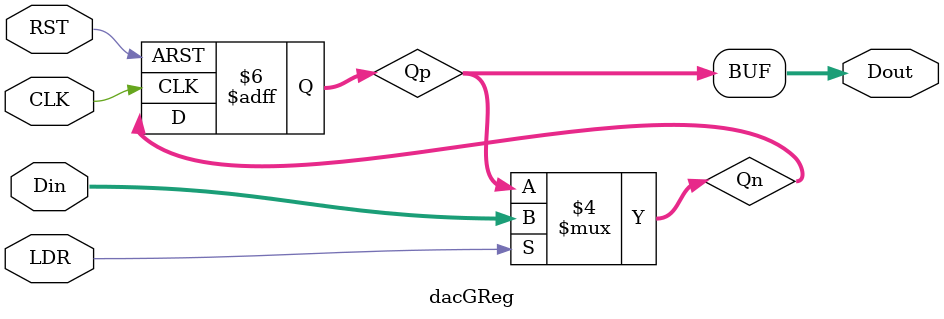
<source format=v>
module dacGReg #(
    parameter n = 8
) (
    input RST,
    input CLK,
    input LDR,
    input [n-1:0] Din,
    output [n-1:0] Dout
);

    reg [n-1:0] Qn, Qp;
    
    assign Dout = Qp;
    
    always @* begin
        if (LDR)
            Qn = Din;
        else
            Qn = Qp;
    end
    
    always @(posedge CLK or posedge RST) begin
        if (RST)
            Qp <= {n{1'b0}};
        else
            Qp <= Qn;
    end

endmodule
</source>
